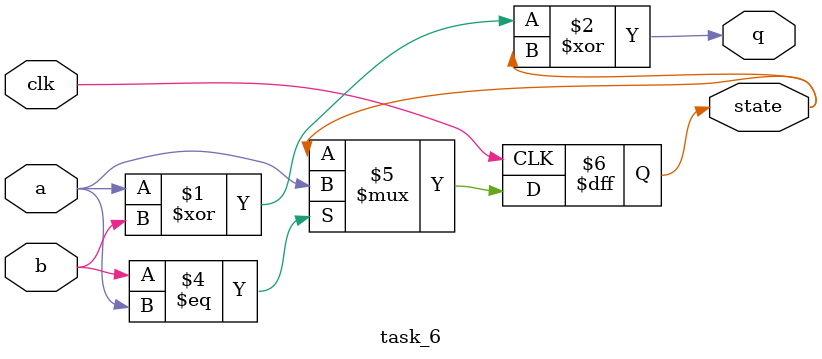
<source format=v>


module task_6(
	input clk, a, b,
    output q, output reg state);

assign q = a ^ b ^ state;

always @(posedge clk) begin
    state <= b==a ? a : state;
end

endmodule
</source>
